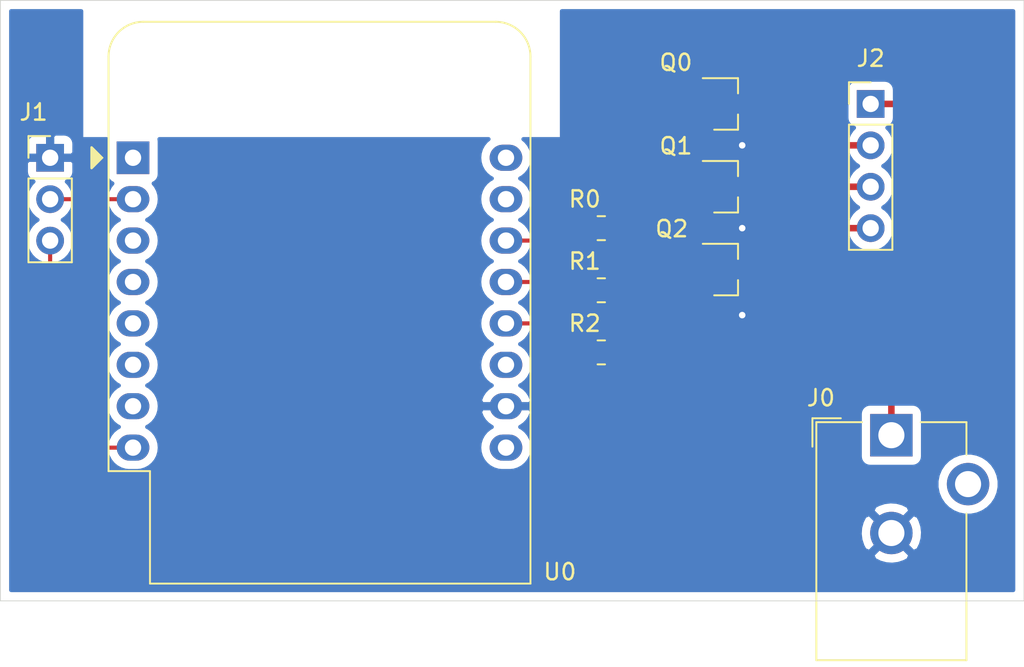
<source format=kicad_pcb>
(kicad_pcb (version 20171130) (host pcbnew 5.1.9-73d0e3b20d~88~ubuntu20.04.1)

  (general
    (thickness 1.6)
    (drawings 4)
    (tracks 51)
    (zones 0)
    (modules 10)
    (nets 24)
  )

  (page A4)
  (layers
    (0 F.Cu signal)
    (31 B.Cu signal hide)
    (32 B.Adhes user)
    (33 F.Adhes user)
    (34 B.Paste user)
    (35 F.Paste user)
    (36 B.SilkS user)
    (37 F.SilkS user)
    (38 B.Mask user)
    (39 F.Mask user)
    (40 Dwgs.User user)
    (41 Cmts.User user)
    (42 Eco1.User user)
    (43 Eco2.User user)
    (44 Edge.Cuts user)
    (45 Margin user)
    (46 B.CrtYd user)
    (47 F.CrtYd user)
    (48 B.Fab user)
    (49 F.Fab user hide)
  )

  (setup
    (last_trace_width 0.4)
    (user_trace_width 0.4)
    (trace_clearance 0.2)
    (zone_clearance 0.508)
    (zone_45_only yes)
    (trace_min 0.2)
    (via_size 0.8)
    (via_drill 0.4)
    (via_min_size 0.4)
    (via_min_drill 0.3)
    (uvia_size 0.3)
    (uvia_drill 0.1)
    (uvias_allowed no)
    (uvia_min_size 0.2)
    (uvia_min_drill 0.1)
    (edge_width 0.05)
    (segment_width 0.2)
    (pcb_text_width 0.3)
    (pcb_text_size 1.5 1.5)
    (mod_edge_width 0.12)
    (mod_text_size 1 1)
    (mod_text_width 0.15)
    (pad_size 1.524 1.524)
    (pad_drill 0.762)
    (pad_to_mask_clearance 0)
    (aux_axis_origin 0 0)
    (visible_elements FFFFFF7F)
    (pcbplotparams
      (layerselection 0x010fc_ffffffff)
      (usegerberextensions false)
      (usegerberattributes true)
      (usegerberadvancedattributes true)
      (creategerberjobfile true)
      (excludeedgelayer true)
      (linewidth 0.100000)
      (plotframeref false)
      (viasonmask false)
      (mode 1)
      (useauxorigin false)
      (hpglpennumber 1)
      (hpglpenspeed 20)
      (hpglpendiameter 15.000000)
      (psnegative false)
      (psa4output false)
      (plotreference true)
      (plotvalue true)
      (plotinvisibletext false)
      (padsonsilk false)
      (subtractmaskfromsilk false)
      (outputformat 1)
      (mirror false)
      (drillshape 1)
      (scaleselection 1)
      (outputdirectory ""))
  )

  (net 0 "")
  (net 1 "Net-(J0-Pad1)")
  (net 2 GND)
  (net 3 "Net-(J1-Pad2)")
  (net 4 "Net-(J1-Pad3)")
  (net 5 "Net-(J2-Pad2)")
  (net 6 "Net-(J2-Pad3)")
  (net 7 "Net-(J2-Pad4)")
  (net 8 "Net-(Q0-Pad1)")
  (net 9 "Net-(Q1-Pad1)")
  (net 10 "Net-(Q2-Pad1)")
  (net 11 "Net-(R0-Pad2)")
  (net 12 "Net-(R1-Pad2)")
  (net 13 "Net-(R2-Pad2)")
  (net 14 "Net-(U0-Pad1)")
  (net 15 "Net-(U0-Pad3)")
  (net 16 "Net-(U0-Pad4)")
  (net 17 "Net-(U0-Pad5)")
  (net 18 "Net-(U0-Pad6)")
  (net 19 "Net-(U0-Pad7)")
  (net 20 "Net-(U0-Pad9)")
  (net 21 "Net-(U0-Pad11)")
  (net 22 "Net-(U0-Pad15)")
  (net 23 "Net-(U0-Pad16)")

  (net_class Default "This is the default net class."
    (clearance 0.2)
    (trace_width 0.25)
    (via_dia 0.8)
    (via_drill 0.4)
    (uvia_dia 0.3)
    (uvia_drill 0.1)
    (add_net GND)
    (add_net "Net-(J0-Pad1)")
    (add_net "Net-(J1-Pad2)")
    (add_net "Net-(J1-Pad3)")
    (add_net "Net-(J2-Pad2)")
    (add_net "Net-(J2-Pad3)")
    (add_net "Net-(J2-Pad4)")
    (add_net "Net-(Q0-Pad1)")
    (add_net "Net-(Q1-Pad1)")
    (add_net "Net-(Q2-Pad1)")
    (add_net "Net-(R0-Pad2)")
    (add_net "Net-(R1-Pad2)")
    (add_net "Net-(R2-Pad2)")
    (add_net "Net-(U0-Pad1)")
    (add_net "Net-(U0-Pad11)")
    (add_net "Net-(U0-Pad15)")
    (add_net "Net-(U0-Pad16)")
    (add_net "Net-(U0-Pad3)")
    (add_net "Net-(U0-Pad4)")
    (add_net "Net-(U0-Pad5)")
    (add_net "Net-(U0-Pad6)")
    (add_net "Net-(U0-Pad7)")
    (add_net "Net-(U0-Pad9)")
  )

  (module Connector_BarrelJack:BarrelJack_CUI_PJ-102AH_Horizontal (layer F.Cu) (tedit 5A1DBF38) (tstamp 5F7A0725)
    (at 151.13 114.3)
    (descr "Thin-pin DC Barrel Jack, https://cdn-shop.adafruit.com/datasheets/21mmdcjackDatasheet.pdf")
    (tags "Power Jack")
    (path /5F7DD1C2)
    (fp_text reference J0 (at -4.318 -2.286 180) (layer F.SilkS)
      (effects (font (size 1 1) (thickness 0.15)))
    )
    (fp_text value Barrel_Jack (at -5.5 6.2 90) (layer F.Fab)
      (effects (font (size 1 1) (thickness 0.15)))
    )
    (fp_line (start 1.8 -1.8) (end 1.8 -1.2) (layer F.CrtYd) (width 0.05))
    (fp_line (start 1.8 -1.2) (end 5 -1.2) (layer F.CrtYd) (width 0.05))
    (fp_line (start 5 -1.2) (end 5 1.2) (layer F.CrtYd) (width 0.05))
    (fp_line (start 5 1.2) (end 6.5 1.2) (layer F.CrtYd) (width 0.05))
    (fp_line (start 6.5 1.2) (end 6.5 4.8) (layer F.CrtYd) (width 0.05))
    (fp_line (start 6.5 4.8) (end 5 4.8) (layer F.CrtYd) (width 0.05))
    (fp_line (start 5 4.8) (end 5 14.2) (layer F.CrtYd) (width 0.05))
    (fp_line (start 5 14.2) (end -5 14.2) (layer F.CrtYd) (width 0.05))
    (fp_line (start -5 14.2) (end -5 -1.2) (layer F.CrtYd) (width 0.05))
    (fp_line (start -5 -1.2) (end -1.8 -1.2) (layer F.CrtYd) (width 0.05))
    (fp_line (start -1.8 -1.2) (end -1.8 -1.8) (layer F.CrtYd) (width 0.05))
    (fp_line (start -1.8 -1.8) (end 1.8 -1.8) (layer F.CrtYd) (width 0.05))
    (fp_line (start 4.6 4.8) (end 4.6 13.8) (layer F.SilkS) (width 0.12))
    (fp_line (start 4.6 13.8) (end -4.6 13.8) (layer F.SilkS) (width 0.12))
    (fp_line (start -4.6 13.8) (end -4.6 -0.8) (layer F.SilkS) (width 0.12))
    (fp_line (start -4.6 -0.8) (end -1.8 -0.8) (layer F.SilkS) (width 0.12))
    (fp_line (start 1.8 -0.8) (end 4.6 -0.8) (layer F.SilkS) (width 0.12))
    (fp_line (start 4.6 -0.8) (end 4.6 1.2) (layer F.SilkS) (width 0.12))
    (fp_line (start -4.84 0.7) (end -4.84 -1.04) (layer F.SilkS) (width 0.12))
    (fp_line (start -4.84 -1.04) (end -3.1 -1.04) (layer F.SilkS) (width 0.12))
    (fp_line (start 4.5 -0.7) (end 4.5 13.7) (layer F.Fab) (width 0.1))
    (fp_line (start 4.5 13.7) (end -4.5 13.7) (layer F.Fab) (width 0.1))
    (fp_line (start -4.5 13.7) (end -4.5 0.3) (layer F.Fab) (width 0.1))
    (fp_line (start -4.5 0.3) (end -3.5 -0.7) (layer F.Fab) (width 0.1))
    (fp_line (start -3.5 -0.7) (end 4.5 -0.7) (layer F.Fab) (width 0.1))
    (fp_line (start -4.5 10.2) (end 4.5 10.2) (layer F.Fab) (width 0.1))
    (fp_text user %R (at 0 6.5) (layer F.Fab)
      (effects (font (size 1 1) (thickness 0.15)))
    )
    (pad 1 thru_hole rect (at 0 0) (size 2.6 2.6) (drill 1.6) (layers *.Cu *.Mask)
      (net 1 "Net-(J0-Pad1)"))
    (pad 2 thru_hole circle (at 0 6) (size 2.6 2.6) (drill 1.6) (layers *.Cu *.Mask)
      (net 2 GND))
    (pad 3 thru_hole circle (at 4.7 3) (size 2.6 2.6) (drill 1.6) (layers *.Cu *.Mask))
    (model ${KISYS3DMOD}/Connector_BarrelJack.3dshapes/BarrelJack_CUI_PJ-102AH_Horizontal.wrl
      (at (xyz 0 0 0))
      (scale (xyz 1 1 1))
      (rotate (xyz 0 0 0))
    )
  )

  (module Connector_PinHeader_2.54mm:PinHeader_1x03_P2.54mm_Vertical (layer F.Cu) (tedit 59FED5CC) (tstamp 5F79FAD6)
    (at 99.568 97.282)
    (descr "Through hole straight pin header, 1x03, 2.54mm pitch, single row")
    (tags "Through hole pin header THT 1x03 2.54mm single row")
    (path /5F7A0FED)
    (fp_text reference J1 (at -1.016 -2.794) (layer F.SilkS)
      (effects (font (size 1 1) (thickness 0.15)))
    )
    (fp_text value AM312 (at 0 7.41) (layer F.Fab)
      (effects (font (size 1 1) (thickness 0.15)))
    )
    (fp_line (start -0.635 -1.27) (end 1.27 -1.27) (layer F.Fab) (width 0.1))
    (fp_line (start 1.27 -1.27) (end 1.27 6.35) (layer F.Fab) (width 0.1))
    (fp_line (start 1.27 6.35) (end -1.27 6.35) (layer F.Fab) (width 0.1))
    (fp_line (start -1.27 6.35) (end -1.27 -0.635) (layer F.Fab) (width 0.1))
    (fp_line (start -1.27 -0.635) (end -0.635 -1.27) (layer F.Fab) (width 0.1))
    (fp_line (start -1.33 6.41) (end 1.33 6.41) (layer F.SilkS) (width 0.12))
    (fp_line (start -1.33 1.27) (end -1.33 6.41) (layer F.SilkS) (width 0.12))
    (fp_line (start 1.33 1.27) (end 1.33 6.41) (layer F.SilkS) (width 0.12))
    (fp_line (start -1.33 1.27) (end 1.33 1.27) (layer F.SilkS) (width 0.12))
    (fp_line (start -1.33 0) (end -1.33 -1.33) (layer F.SilkS) (width 0.12))
    (fp_line (start -1.33 -1.33) (end 0 -1.33) (layer F.SilkS) (width 0.12))
    (fp_line (start -1.8 -1.8) (end -1.8 6.85) (layer F.CrtYd) (width 0.05))
    (fp_line (start -1.8 6.85) (end 1.8 6.85) (layer F.CrtYd) (width 0.05))
    (fp_line (start 1.8 6.85) (end 1.8 -1.8) (layer F.CrtYd) (width 0.05))
    (fp_line (start 1.8 -1.8) (end -1.8 -1.8) (layer F.CrtYd) (width 0.05))
    (fp_text user %R (at 0 2.54 -270) (layer F.Fab)
      (effects (font (size 1 1) (thickness 0.15)))
    )
    (pad 1 thru_hole rect (at 0 0) (size 1.7 1.7) (drill 1) (layers *.Cu *.Mask)
      (net 2 GND))
    (pad 2 thru_hole oval (at 0 2.54) (size 1.7 1.7) (drill 1) (layers *.Cu *.Mask)
      (net 3 "Net-(J1-Pad2)"))
    (pad 3 thru_hole oval (at 0 5.08) (size 1.7 1.7) (drill 1) (layers *.Cu *.Mask)
      (net 4 "Net-(J1-Pad3)"))
    (model ${KISYS3DMOD}/Connector_PinHeader_2.54mm.3dshapes/PinHeader_1x03_P2.54mm_Vertical.wrl
      (at (xyz 0 0 0))
      (scale (xyz 1 1 1))
      (rotate (xyz 0 0 0))
    )
  )

  (module Connector_PinHeader_2.54mm:PinHeader_1x04_P2.54mm_Vertical (layer F.Cu) (tedit 59FED5CC) (tstamp 5F79FAEE)
    (at 149.86 93.98)
    (descr "Through hole straight pin header, 1x04, 2.54mm pitch, single row")
    (tags "Through hole pin header THT 1x04 2.54mm single row")
    (path /5F7EC711)
    (fp_text reference J2 (at 0 -2.794) (layer F.SilkS)
      (effects (font (size 1 1) (thickness 0.15)))
    )
    (fp_text value "LED PINs" (at 0 9.95) (layer F.Fab)
      (effects (font (size 1 1) (thickness 0.15)))
    )
    (fp_line (start -0.635 -1.27) (end 1.27 -1.27) (layer F.Fab) (width 0.1))
    (fp_line (start 1.27 -1.27) (end 1.27 8.89) (layer F.Fab) (width 0.1))
    (fp_line (start 1.27 8.89) (end -1.27 8.89) (layer F.Fab) (width 0.1))
    (fp_line (start -1.27 8.89) (end -1.27 -0.635) (layer F.Fab) (width 0.1))
    (fp_line (start -1.27 -0.635) (end -0.635 -1.27) (layer F.Fab) (width 0.1))
    (fp_line (start -1.33 8.95) (end 1.33 8.95) (layer F.SilkS) (width 0.12))
    (fp_line (start -1.33 1.27) (end -1.33 8.95) (layer F.SilkS) (width 0.12))
    (fp_line (start 1.33 1.27) (end 1.33 8.95) (layer F.SilkS) (width 0.12))
    (fp_line (start -1.33 1.27) (end 1.33 1.27) (layer F.SilkS) (width 0.12))
    (fp_line (start -1.33 0) (end -1.33 -1.33) (layer F.SilkS) (width 0.12))
    (fp_line (start -1.33 -1.33) (end 0 -1.33) (layer F.SilkS) (width 0.12))
    (fp_line (start -1.8 -1.8) (end -1.8 9.4) (layer F.CrtYd) (width 0.05))
    (fp_line (start -1.8 9.4) (end 1.8 9.4) (layer F.CrtYd) (width 0.05))
    (fp_line (start 1.8 9.4) (end 1.8 -1.8) (layer F.CrtYd) (width 0.05))
    (fp_line (start 1.8 -1.8) (end -1.8 -1.8) (layer F.CrtYd) (width 0.05))
    (fp_text user %R (at 0 3.81 90) (layer F.Fab)
      (effects (font (size 1 1) (thickness 0.15)))
    )
    (pad 1 thru_hole rect (at 0 0) (size 1.7 1.7) (drill 1) (layers *.Cu *.Mask)
      (net 1 "Net-(J0-Pad1)"))
    (pad 2 thru_hole oval (at 0 2.54) (size 1.7 1.7) (drill 1) (layers *.Cu *.Mask)
      (net 5 "Net-(J2-Pad2)"))
    (pad 3 thru_hole oval (at 0 5.08) (size 1.7 1.7) (drill 1) (layers *.Cu *.Mask)
      (net 6 "Net-(J2-Pad3)"))
    (pad 4 thru_hole oval (at 0 7.62) (size 1.7 1.7) (drill 1) (layers *.Cu *.Mask)
      (net 7 "Net-(J2-Pad4)"))
    (model ${KISYS3DMOD}/Connector_PinHeader_2.54mm.3dshapes/PinHeader_1x04_P2.54mm_Vertical.wrl
      (at (xyz 0 0 0))
      (scale (xyz 1 1 1))
      (rotate (xyz 0 0 0))
    )
  )

  (module Package_TO_SOT_SMD:SOT-23 (layer F.Cu) (tedit 5A02FF57) (tstamp 5F79FB03)
    (at 140.97 93.98)
    (descr "SOT-23, Standard")
    (tags SOT-23)
    (path /5F5FE821)
    (attr smd)
    (fp_text reference Q0 (at -3.048 -2.54) (layer F.SilkS)
      (effects (font (size 1 1) (thickness 0.15)))
    )
    (fp_text value 2N7002 (at 0 2.5) (layer F.Fab)
      (effects (font (size 1 1) (thickness 0.15)))
    )
    (fp_line (start -0.7 -0.95) (end -0.7 1.5) (layer F.Fab) (width 0.1))
    (fp_line (start -0.15 -1.52) (end 0.7 -1.52) (layer F.Fab) (width 0.1))
    (fp_line (start -0.7 -0.95) (end -0.15 -1.52) (layer F.Fab) (width 0.1))
    (fp_line (start 0.7 -1.52) (end 0.7 1.52) (layer F.Fab) (width 0.1))
    (fp_line (start -0.7 1.52) (end 0.7 1.52) (layer F.Fab) (width 0.1))
    (fp_line (start 0.76 1.58) (end 0.76 0.65) (layer F.SilkS) (width 0.12))
    (fp_line (start 0.76 -1.58) (end 0.76 -0.65) (layer F.SilkS) (width 0.12))
    (fp_line (start -1.7 -1.75) (end 1.7 -1.75) (layer F.CrtYd) (width 0.05))
    (fp_line (start 1.7 -1.75) (end 1.7 1.75) (layer F.CrtYd) (width 0.05))
    (fp_line (start 1.7 1.75) (end -1.7 1.75) (layer F.CrtYd) (width 0.05))
    (fp_line (start -1.7 1.75) (end -1.7 -1.75) (layer F.CrtYd) (width 0.05))
    (fp_line (start 0.76 -1.58) (end -1.4 -1.58) (layer F.SilkS) (width 0.12))
    (fp_line (start 0.76 1.58) (end -0.7 1.58) (layer F.SilkS) (width 0.12))
    (fp_text user %R (at 0 0 90) (layer F.Fab)
      (effects (font (size 0.5 0.5) (thickness 0.075)))
    )
    (pad 1 smd rect (at -1 -0.95) (size 0.9 0.8) (layers F.Cu F.Paste F.Mask)
      (net 8 "Net-(Q0-Pad1)"))
    (pad 2 smd rect (at -1 0.95) (size 0.9 0.8) (layers F.Cu F.Paste F.Mask)
      (net 2 GND))
    (pad 3 smd rect (at 1 0) (size 0.9 0.8) (layers F.Cu F.Paste F.Mask)
      (net 5 "Net-(J2-Pad2)"))
    (model ${KISYS3DMOD}/Package_TO_SOT_SMD.3dshapes/SOT-23.wrl
      (at (xyz 0 0 0))
      (scale (xyz 1 1 1))
      (rotate (xyz 0 0 0))
    )
  )

  (module Package_TO_SOT_SMD:SOT-23 (layer F.Cu) (tedit 5A02FF57) (tstamp 5F79FB18)
    (at 140.97 99.06)
    (descr "SOT-23, Standard")
    (tags SOT-23)
    (path /5F57E485)
    (attr smd)
    (fp_text reference Q1 (at -3.048 -2.5) (layer F.SilkS)
      (effects (font (size 1 1) (thickness 0.15)))
    )
    (fp_text value 2N7002 (at 0 2.5) (layer F.Fab)
      (effects (font (size 1 1) (thickness 0.15)))
    )
    (fp_line (start 0.76 1.58) (end -0.7 1.58) (layer F.SilkS) (width 0.12))
    (fp_line (start 0.76 -1.58) (end -1.4 -1.58) (layer F.SilkS) (width 0.12))
    (fp_line (start -1.7 1.75) (end -1.7 -1.75) (layer F.CrtYd) (width 0.05))
    (fp_line (start 1.7 1.75) (end -1.7 1.75) (layer F.CrtYd) (width 0.05))
    (fp_line (start 1.7 -1.75) (end 1.7 1.75) (layer F.CrtYd) (width 0.05))
    (fp_line (start -1.7 -1.75) (end 1.7 -1.75) (layer F.CrtYd) (width 0.05))
    (fp_line (start 0.76 -1.58) (end 0.76 -0.65) (layer F.SilkS) (width 0.12))
    (fp_line (start 0.76 1.58) (end 0.76 0.65) (layer F.SilkS) (width 0.12))
    (fp_line (start -0.7 1.52) (end 0.7 1.52) (layer F.Fab) (width 0.1))
    (fp_line (start 0.7 -1.52) (end 0.7 1.52) (layer F.Fab) (width 0.1))
    (fp_line (start -0.7 -0.95) (end -0.15 -1.52) (layer F.Fab) (width 0.1))
    (fp_line (start -0.15 -1.52) (end 0.7 -1.52) (layer F.Fab) (width 0.1))
    (fp_line (start -0.7 -0.95) (end -0.7 1.5) (layer F.Fab) (width 0.1))
    (fp_text user %R (at 0 0 90) (layer F.Fab)
      (effects (font (size 0.5 0.5) (thickness 0.075)))
    )
    (pad 3 smd rect (at 1 0) (size 0.9 0.8) (layers F.Cu F.Paste F.Mask)
      (net 6 "Net-(J2-Pad3)"))
    (pad 2 smd rect (at -1 0.95) (size 0.9 0.8) (layers F.Cu F.Paste F.Mask)
      (net 2 GND))
    (pad 1 smd rect (at -1 -0.95) (size 0.9 0.8) (layers F.Cu F.Paste F.Mask)
      (net 9 "Net-(Q1-Pad1)"))
    (model ${KISYS3DMOD}/Package_TO_SOT_SMD.3dshapes/SOT-23.wrl
      (at (xyz 0 0 0))
      (scale (xyz 1 1 1))
      (rotate (xyz 0 0 0))
    )
  )

  (module Package_TO_SOT_SMD:SOT-23 (layer F.Cu) (tedit 5A02FF57) (tstamp 5F79FB2D)
    (at 140.97 104.14)
    (descr "SOT-23, Standard")
    (tags SOT-23)
    (path /5F57F83B)
    (attr smd)
    (fp_text reference Q2 (at -3.302 -2.5) (layer F.SilkS)
      (effects (font (size 1 1) (thickness 0.15)))
    )
    (fp_text value 2N7002 (at 0 2.5) (layer F.Fab)
      (effects (font (size 1 1) (thickness 0.15)))
    )
    (fp_line (start -0.7 -0.95) (end -0.7 1.5) (layer F.Fab) (width 0.1))
    (fp_line (start -0.15 -1.52) (end 0.7 -1.52) (layer F.Fab) (width 0.1))
    (fp_line (start -0.7 -0.95) (end -0.15 -1.52) (layer F.Fab) (width 0.1))
    (fp_line (start 0.7 -1.52) (end 0.7 1.52) (layer F.Fab) (width 0.1))
    (fp_line (start -0.7 1.52) (end 0.7 1.52) (layer F.Fab) (width 0.1))
    (fp_line (start 0.76 1.58) (end 0.76 0.65) (layer F.SilkS) (width 0.12))
    (fp_line (start 0.76 -1.58) (end 0.76 -0.65) (layer F.SilkS) (width 0.12))
    (fp_line (start -1.7 -1.75) (end 1.7 -1.75) (layer F.CrtYd) (width 0.05))
    (fp_line (start 1.7 -1.75) (end 1.7 1.75) (layer F.CrtYd) (width 0.05))
    (fp_line (start 1.7 1.75) (end -1.7 1.75) (layer F.CrtYd) (width 0.05))
    (fp_line (start -1.7 1.75) (end -1.7 -1.75) (layer F.CrtYd) (width 0.05))
    (fp_line (start 0.76 -1.58) (end -1.4 -1.58) (layer F.SilkS) (width 0.12))
    (fp_line (start 0.76 1.58) (end -0.7 1.58) (layer F.SilkS) (width 0.12))
    (fp_text user %R (at 0 0 90) (layer F.Fab)
      (effects (font (size 0.5 0.5) (thickness 0.075)))
    )
    (pad 1 smd rect (at -1 -0.95) (size 0.9 0.8) (layers F.Cu F.Paste F.Mask)
      (net 10 "Net-(Q2-Pad1)"))
    (pad 2 smd rect (at -1 0.95) (size 0.9 0.8) (layers F.Cu F.Paste F.Mask)
      (net 2 GND))
    (pad 3 smd rect (at 1 0) (size 0.9 0.8) (layers F.Cu F.Paste F.Mask)
      (net 7 "Net-(J2-Pad4)"))
    (model ${KISYS3DMOD}/Package_TO_SOT_SMD.3dshapes/SOT-23.wrl
      (at (xyz 0 0 0))
      (scale (xyz 1 1 1))
      (rotate (xyz 0 0 0))
    )
  )

  (module Resistor_SMD:R_0805_2012Metric_Pad1.20x1.40mm_HandSolder (layer F.Cu) (tedit 5F68FEEE) (tstamp 5F79FB3E)
    (at 133.35 101.6 180)
    (descr "Resistor SMD 0805 (2012 Metric), square (rectangular) end terminal, IPC_7351 nominal with elongated pad for handsoldering. (Body size source: IPC-SM-782 page 72, https://www.pcb-3d.com/wordpress/wp-content/uploads/ipc-sm-782a_amendment_1_and_2.pdf), generated with kicad-footprint-generator")
    (tags "resistor handsolder")
    (path /5F7C79A2)
    (attr smd)
    (fp_text reference R0 (at 1.016 1.778) (layer F.SilkS)
      (effects (font (size 1 1) (thickness 0.15)))
    )
    (fp_text value 1 (at 0 1.65) (layer F.Fab)
      (effects (font (size 1 1) (thickness 0.15)))
    )
    (fp_line (start -1 0.625) (end -1 -0.625) (layer F.Fab) (width 0.1))
    (fp_line (start -1 -0.625) (end 1 -0.625) (layer F.Fab) (width 0.1))
    (fp_line (start 1 -0.625) (end 1 0.625) (layer F.Fab) (width 0.1))
    (fp_line (start 1 0.625) (end -1 0.625) (layer F.Fab) (width 0.1))
    (fp_line (start -0.227064 -0.735) (end 0.227064 -0.735) (layer F.SilkS) (width 0.12))
    (fp_line (start -0.227064 0.735) (end 0.227064 0.735) (layer F.SilkS) (width 0.12))
    (fp_line (start -1.85 0.95) (end -1.85 -0.95) (layer F.CrtYd) (width 0.05))
    (fp_line (start -1.85 -0.95) (end 1.85 -0.95) (layer F.CrtYd) (width 0.05))
    (fp_line (start 1.85 -0.95) (end 1.85 0.95) (layer F.CrtYd) (width 0.05))
    (fp_line (start 1.85 0.95) (end -1.85 0.95) (layer F.CrtYd) (width 0.05))
    (fp_text user %R (at 0 0) (layer F.Fab)
      (effects (font (size 0.5 0.5) (thickness 0.08)))
    )
    (pad 1 smd roundrect (at -1 0 180) (size 1.2 1.4) (layers F.Cu F.Paste F.Mask) (roundrect_rratio 0.208333)
      (net 8 "Net-(Q0-Pad1)"))
    (pad 2 smd roundrect (at 1 0 180) (size 1.2 1.4) (layers F.Cu F.Paste F.Mask) (roundrect_rratio 0.208333)
      (net 11 "Net-(R0-Pad2)"))
    (model ${KISYS3DMOD}/Resistor_SMD.3dshapes/R_0805_2012Metric.wrl
      (at (xyz 0 0 0))
      (scale (xyz 1 1 1))
      (rotate (xyz 0 0 0))
    )
  )

  (module Resistor_SMD:R_0805_2012Metric_Pad1.20x1.40mm_HandSolder (layer F.Cu) (tedit 5F68FEEE) (tstamp 5F79FB4F)
    (at 133.35 105.41 180)
    (descr "Resistor SMD 0805 (2012 Metric), square (rectangular) end terminal, IPC_7351 nominal with elongated pad for handsoldering. (Body size source: IPC-SM-782 page 72, https://www.pcb-3d.com/wordpress/wp-content/uploads/ipc-sm-782a_amendment_1_and_2.pdf), generated with kicad-footprint-generator")
    (tags "resistor handsolder")
    (path /5F7C83D1)
    (attr smd)
    (fp_text reference R1 (at 1.016 1.778) (layer F.SilkS)
      (effects (font (size 1 1) (thickness 0.15)))
    )
    (fp_text value 1 (at 0 1.65) (layer F.Fab)
      (effects (font (size 1 1) (thickness 0.15)))
    )
    (fp_line (start 1.85 0.95) (end -1.85 0.95) (layer F.CrtYd) (width 0.05))
    (fp_line (start 1.85 -0.95) (end 1.85 0.95) (layer F.CrtYd) (width 0.05))
    (fp_line (start -1.85 -0.95) (end 1.85 -0.95) (layer F.CrtYd) (width 0.05))
    (fp_line (start -1.85 0.95) (end -1.85 -0.95) (layer F.CrtYd) (width 0.05))
    (fp_line (start -0.227064 0.735) (end 0.227064 0.735) (layer F.SilkS) (width 0.12))
    (fp_line (start -0.227064 -0.735) (end 0.227064 -0.735) (layer F.SilkS) (width 0.12))
    (fp_line (start 1 0.625) (end -1 0.625) (layer F.Fab) (width 0.1))
    (fp_line (start 1 -0.625) (end 1 0.625) (layer F.Fab) (width 0.1))
    (fp_line (start -1 -0.625) (end 1 -0.625) (layer F.Fab) (width 0.1))
    (fp_line (start -1 0.625) (end -1 -0.625) (layer F.Fab) (width 0.1))
    (fp_text user %R (at 0 0) (layer F.Fab)
      (effects (font (size 0.5 0.5) (thickness 0.08)))
    )
    (pad 2 smd roundrect (at 1 0 180) (size 1.2 1.4) (layers F.Cu F.Paste F.Mask) (roundrect_rratio 0.208333)
      (net 12 "Net-(R1-Pad2)"))
    (pad 1 smd roundrect (at -1 0 180) (size 1.2 1.4) (layers F.Cu F.Paste F.Mask) (roundrect_rratio 0.208333)
      (net 9 "Net-(Q1-Pad1)"))
    (model ${KISYS3DMOD}/Resistor_SMD.3dshapes/R_0805_2012Metric.wrl
      (at (xyz 0 0 0))
      (scale (xyz 1 1 1))
      (rotate (xyz 0 0 0))
    )
  )

  (module Resistor_SMD:R_0805_2012Metric_Pad1.20x1.40mm_HandSolder (layer F.Cu) (tedit 5F68FEEE) (tstamp 5F79FB60)
    (at 133.35 109.22 180)
    (descr "Resistor SMD 0805 (2012 Metric), square (rectangular) end terminal, IPC_7351 nominal with elongated pad for handsoldering. (Body size source: IPC-SM-782 page 72, https://www.pcb-3d.com/wordpress/wp-content/uploads/ipc-sm-782a_amendment_1_and_2.pdf), generated with kicad-footprint-generator")
    (tags "resistor handsolder")
    (path /5F7CA3B7)
    (attr smd)
    (fp_text reference R2 (at 1.016 1.778) (layer F.SilkS)
      (effects (font (size 1 1) (thickness 0.15)))
    )
    (fp_text value 1 (at 0 1.65) (layer F.Fab)
      (effects (font (size 1 1) (thickness 0.15)))
    )
    (fp_line (start -1 0.625) (end -1 -0.625) (layer F.Fab) (width 0.1))
    (fp_line (start -1 -0.625) (end 1 -0.625) (layer F.Fab) (width 0.1))
    (fp_line (start 1 -0.625) (end 1 0.625) (layer F.Fab) (width 0.1))
    (fp_line (start 1 0.625) (end -1 0.625) (layer F.Fab) (width 0.1))
    (fp_line (start -0.227064 -0.735) (end 0.227064 -0.735) (layer F.SilkS) (width 0.12))
    (fp_line (start -0.227064 0.735) (end 0.227064 0.735) (layer F.SilkS) (width 0.12))
    (fp_line (start -1.85 0.95) (end -1.85 -0.95) (layer F.CrtYd) (width 0.05))
    (fp_line (start -1.85 -0.95) (end 1.85 -0.95) (layer F.CrtYd) (width 0.05))
    (fp_line (start 1.85 -0.95) (end 1.85 0.95) (layer F.CrtYd) (width 0.05))
    (fp_line (start 1.85 0.95) (end -1.85 0.95) (layer F.CrtYd) (width 0.05))
    (fp_text user %R (at 0 0) (layer F.Fab)
      (effects (font (size 0.5 0.5) (thickness 0.08)))
    )
    (pad 1 smd roundrect (at -1 0 180) (size 1.2 1.4) (layers F.Cu F.Paste F.Mask) (roundrect_rratio 0.208333)
      (net 10 "Net-(Q2-Pad1)"))
    (pad 2 smd roundrect (at 1 0 180) (size 1.2 1.4) (layers F.Cu F.Paste F.Mask) (roundrect_rratio 0.208333)
      (net 13 "Net-(R2-Pad2)"))
    (model ${KISYS3DMOD}/Resistor_SMD.3dshapes/R_0805_2012Metric.wrl
      (at (xyz 0 0 0))
      (scale (xyz 1 1 1))
      (rotate (xyz 0 0 0))
    )
  )

  (module Module:WEMOS_D1_mini_light (layer F.Cu) (tedit 5BBFB1CE) (tstamp 5F79FBA3)
    (at 104.648 97.282)
    (descr "16-pin module, column spacing 22.86 mm (900 mils), https://wiki.wemos.cc/products:d1:d1_mini, https://c1.staticflickr.com/1/734/31400410271_f278b087db_z.jpg")
    (tags "ESP8266 WiFi microcontroller")
    (path /5F57A26F)
    (fp_text reference U0 (at 26.162 25.4) (layer F.SilkS)
      (effects (font (size 1 1) (thickness 0.15)))
    )
    (fp_text value WeMos_D1_mini (at 11.7 0) (layer F.Fab)
      (effects (font (size 1 1) (thickness 0.15)))
    )
    (fp_line (start 1.04 26.12) (end 24.36 26.12) (layer F.SilkS) (width 0.12))
    (fp_line (start -1.5 19.22) (end -1.5 -6.21) (layer F.SilkS) (width 0.12))
    (fp_line (start 24.36 26.12) (end 24.36 -6.21) (layer F.SilkS) (width 0.12))
    (fp_line (start 22.24 -8.34) (end 0.63 -8.34) (layer F.SilkS) (width 0.12))
    (fp_line (start 1.17 25.99) (end 24.23 25.99) (layer F.Fab) (width 0.1))
    (fp_line (start 24.23 25.99) (end 24.23 -6.21) (layer F.Fab) (width 0.1))
    (fp_line (start 22.23 -8.21) (end 0.63 -8.21) (layer F.Fab) (width 0.1))
    (fp_line (start -1.37 1) (end -1.37 19.09) (layer F.Fab) (width 0.1))
    (fp_line (start -1.62 -8.46) (end 24.48 -8.46) (layer F.CrtYd) (width 0.05))
    (fp_line (start 24.48 -8.41) (end 24.48 26.24) (layer F.CrtYd) (width 0.05))
    (fp_line (start 24.48 26.24) (end -1.62 26.24) (layer F.CrtYd) (width 0.05))
    (fp_line (start -1.62 26.24) (end -1.62 -8.46) (layer F.CrtYd) (width 0.05))
    (fp_poly (pts (xy -2.54 -0.635) (xy -2.54 0.635) (xy -1.905 0)) (layer F.SilkS) (width 0.15))
    (fp_line (start -1.35 -1.4) (end 24.25 -1.4) (layer Dwgs.User) (width 0.1))
    (fp_line (start 24.25 -1.4) (end 24.25 -8.2) (layer Dwgs.User) (width 0.1))
    (fp_line (start 24.25 -8.2) (end -1.35 -8.2) (layer Dwgs.User) (width 0.1))
    (fp_line (start -1.35 -8.2) (end -1.35 -1.4) (layer Dwgs.User) (width 0.1))
    (fp_line (start -1.35 -1.4) (end 5.45 -8.2) (layer Dwgs.User) (width 0.1))
    (fp_line (start 0.65 -1.4) (end 7.45 -8.2) (layer Dwgs.User) (width 0.1))
    (fp_line (start 2.65 -1.4) (end 9.45 -8.2) (layer Dwgs.User) (width 0.1))
    (fp_line (start 4.65 -1.4) (end 11.45 -8.2) (layer Dwgs.User) (width 0.1))
    (fp_line (start 6.65 -1.4) (end 13.45 -8.2) (layer Dwgs.User) (width 0.1))
    (fp_line (start 8.65 -1.4) (end 15.45 -8.2) (layer Dwgs.User) (width 0.1))
    (fp_line (start 10.65 -1.4) (end 17.45 -8.2) (layer Dwgs.User) (width 0.1))
    (fp_line (start 12.65 -1.4) (end 19.45 -8.2) (layer Dwgs.User) (width 0.1))
    (fp_line (start 14.65 -1.4) (end 21.45 -8.2) (layer Dwgs.User) (width 0.1))
    (fp_line (start 16.65 -1.4) (end 23.45 -8.2) (layer Dwgs.User) (width 0.1))
    (fp_line (start 18.65 -1.4) (end 24.25 -7) (layer Dwgs.User) (width 0.1))
    (fp_line (start 20.65 -1.4) (end 24.25 -5) (layer Dwgs.User) (width 0.1))
    (fp_line (start 22.65 -1.4) (end 24.25 -3) (layer Dwgs.User) (width 0.1))
    (fp_line (start -1.35 -3.4) (end 3.45 -8.2) (layer Dwgs.User) (width 0.1))
    (fp_line (start -1.3 -5.45) (end 1.45 -8.2) (layer Dwgs.User) (width 0.1))
    (fp_line (start -1.35 -7.4) (end -0.55 -8.2) (layer Dwgs.User) (width 0.1))
    (fp_line (start -1.37 19.09) (end 1.17 19.09) (layer F.Fab) (width 0.1))
    (fp_line (start 1.17 19.09) (end 1.17 25.99) (layer F.Fab) (width 0.1))
    (fp_line (start -1.37 -6.21) (end -1.37 -1) (layer F.Fab) (width 0.1))
    (fp_line (start -1.37 1) (end -0.37 0) (layer F.Fab) (width 0.1))
    (fp_line (start -0.37 0) (end -1.37 -1) (layer F.Fab) (width 0.1))
    (fp_line (start -1.5 19.22) (end 1.04 19.22) (layer F.SilkS) (width 0.12))
    (fp_line (start 1.04 19.22) (end 1.04 26.12) (layer F.SilkS) (width 0.12))
    (fp_text user %R (at 11.43 10) (layer F.Fab)
      (effects (font (size 1 1) (thickness 0.15)))
    )
    (fp_arc (start 0.63 -6.21) (end 0.63 -8.21) (angle -90) (layer F.Fab) (width 0.1))
    (fp_arc (start 22.23 -6.21) (end 24.23 -6.19) (angle -90) (layer F.Fab) (width 0.1))
    (fp_arc (start 0.63 -6.21) (end 0.63 -8.34) (angle -90) (layer F.SilkS) (width 0.12))
    (fp_arc (start 22.23 -6.21) (end 24.36 -6.21) (angle -90) (layer F.SilkS) (width 0.12))
    (fp_text user "KEEP OUT" (at 11.43 -6.35) (layer Cmts.User)
      (effects (font (size 1 1) (thickness 0.15)))
    )
    (fp_text user "No copper" (at 11.43 -3.81) (layer Cmts.User)
      (effects (font (size 1 1) (thickness 0.15)))
    )
    (pad 2 thru_hole oval (at 0 2.54) (size 2 1.6) (drill 1) (layers *.Cu *.Mask)
      (net 3 "Net-(J1-Pad2)"))
    (pad 1 thru_hole rect (at 0 0) (size 2 2) (drill 1) (layers *.Cu *.Mask)
      (net 14 "Net-(U0-Pad1)"))
    (pad 3 thru_hole oval (at 0 5.08) (size 2 1.6) (drill 1) (layers *.Cu *.Mask)
      (net 15 "Net-(U0-Pad3)"))
    (pad 4 thru_hole oval (at 0 7.62) (size 2 1.6) (drill 1) (layers *.Cu *.Mask)
      (net 16 "Net-(U0-Pad4)"))
    (pad 5 thru_hole oval (at 0 10.16) (size 2 1.6) (drill 1) (layers *.Cu *.Mask)
      (net 17 "Net-(U0-Pad5)"))
    (pad 6 thru_hole oval (at 0 12.7) (size 2 1.6) (drill 1) (layers *.Cu *.Mask)
      (net 18 "Net-(U0-Pad6)"))
    (pad 7 thru_hole oval (at 0 15.24) (size 2 1.6) (drill 1) (layers *.Cu *.Mask)
      (net 19 "Net-(U0-Pad7)"))
    (pad 8 thru_hole oval (at 0 17.78) (size 2 1.6) (drill 1) (layers *.Cu *.Mask)
      (net 4 "Net-(J1-Pad3)"))
    (pad 9 thru_hole oval (at 22.86 17.78) (size 2 1.6) (drill 1) (layers *.Cu *.Mask)
      (net 20 "Net-(U0-Pad9)"))
    (pad 10 thru_hole oval (at 22.86 15.24) (size 2 1.6) (drill 1) (layers *.Cu *.Mask)
      (net 2 GND))
    (pad 11 thru_hole oval (at 22.86 12.7) (size 2 1.6) (drill 1) (layers *.Cu *.Mask)
      (net 21 "Net-(U0-Pad11)"))
    (pad 12 thru_hole oval (at 22.86 10.16) (size 2 1.6) (drill 1) (layers *.Cu *.Mask)
      (net 13 "Net-(R2-Pad2)"))
    (pad 13 thru_hole oval (at 22.86 7.62) (size 2 1.6) (drill 1) (layers *.Cu *.Mask)
      (net 12 "Net-(R1-Pad2)"))
    (pad 14 thru_hole oval (at 22.86 5.08) (size 2 1.6) (drill 1) (layers *.Cu *.Mask)
      (net 11 "Net-(R0-Pad2)"))
    (pad 15 thru_hole oval (at 22.86 2.54) (size 2 1.6) (drill 1) (layers *.Cu *.Mask)
      (net 22 "Net-(U0-Pad15)"))
    (pad 16 thru_hole oval (at 22.86 0) (size 2 1.6) (drill 1) (layers *.Cu *.Mask)
      (net 23 "Net-(U0-Pad16)"))
    (model ${KISYS3DMOD}/Module.3dshapes/WEMOS_D1_mini_light.wrl
      (at (xyz 0 0 0))
      (scale (xyz 1 1 1))
      (rotate (xyz 0 0 0))
    )
    (model ${KISYS3DMOD}/Connector_PinHeader_2.54mm.3dshapes/PinHeader_1x08_P2.54mm_Vertical.wrl
      (offset (xyz 0 0 9.5))
      (scale (xyz 1 1 1))
      (rotate (xyz 0 -180 0))
    )
    (model ${KISYS3DMOD}/Connector_PinHeader_2.54mm.3dshapes/PinHeader_1x08_P2.54mm_Vertical.wrl
      (offset (xyz 22.86 0 9.5))
      (scale (xyz 1 1 1))
      (rotate (xyz 0 -180 0))
    )
    (model ${KISYS3DMOD}/Connector_PinSocket_2.54mm.3dshapes/PinSocket_1x08_P2.54mm_Vertical.wrl
      (at (xyz 0 0 0))
      (scale (xyz 1 1 1))
      (rotate (xyz 0 0 0))
    )
    (model ${KISYS3DMOD}/Connector_PinSocket_2.54mm.3dshapes/PinSocket_1x08_P2.54mm_Vertical.wrl
      (offset (xyz 22.86 0 0))
      (scale (xyz 1 1 1))
      (rotate (xyz 0 0 0))
    )
  )

  (gr_line (start 96.52 124.46) (end 96.52 87.63) (layer Edge.Cuts) (width 0.05) (tstamp 5F7A06E1))
  (gr_line (start 159.258 124.46) (end 96.52 124.46) (layer Edge.Cuts) (width 0.05))
  (gr_line (start 159.258 87.63) (end 159.258 124.46) (layer Edge.Cuts) (width 0.05))
  (gr_line (start 96.52 87.63) (end 159.258 87.63) (layer Edge.Cuts) (width 0.05))

  (segment (start 151.13 107.95) (end 151.13 114.3) (width 0.4) (layer F.Cu) (net 1))
  (segment (start 154.94 104.14) (end 151.13 107.95) (width 0.4) (layer F.Cu) (net 1))
  (segment (start 154.94 95.25) (end 154.94 104.14) (width 0.4) (layer F.Cu) (net 1))
  (segment (start 153.67 93.98) (end 154.94 95.25) (width 0.4) (layer F.Cu) (net 1))
  (segment (start 149.86 93.98) (end 153.67 93.98) (width 0.4) (layer F.Cu) (net 1))
  (segment (start 150.78 120.65) (end 151.13 120.3) (width 0.25) (layer F.Cu) (net 2))
  (via (at 141.986 106.934) (size 0.8) (drill 0.4) (layers F.Cu B.Cu) (net 2))
  (via (at 141.986 101.6) (size 0.8) (drill 0.4) (layers F.Cu B.Cu) (net 2))
  (segment (start 140.462 101.6) (end 139.97 101.108) (width 0.4) (layer F.Cu) (net 2))
  (segment (start 139.97 101.108) (end 139.97 100.01) (width 0.4) (layer F.Cu) (net 2))
  (segment (start 141.986 101.6) (end 140.462 101.6) (width 0.4) (layer F.Cu) (net 2))
  (segment (start 141.986 106.934) (end 140.462 106.934) (width 0.4) (layer F.Cu) (net 2))
  (segment (start 139.97 106.442) (end 139.97 105.09) (width 0.4) (layer F.Cu) (net 2))
  (segment (start 140.462 106.934) (end 139.97 106.442) (width 0.4) (layer F.Cu) (net 2))
  (via (at 141.986 96.52) (size 0.8) (drill 0.4) (layers F.Cu B.Cu) (net 2))
  (segment (start 139.97 96.028) (end 139.97 94.93) (width 0.4) (layer F.Cu) (net 2))
  (segment (start 140.462 96.52) (end 139.97 96.028) (width 0.4) (layer F.Cu) (net 2))
  (segment (start 141.986 96.52) (end 140.462 96.52) (width 0.4) (layer F.Cu) (net 2))
  (segment (start 99.568 99.822) (end 104.648 99.822) (width 0.25) (layer F.Cu) (net 3))
  (segment (start 99.568 102.362) (end 99.568 112.776) (width 0.25) (layer F.Cu) (net 4))
  (segment (start 101.854 115.062) (end 104.648 115.062) (width 0.25) (layer F.Cu) (net 4))
  (segment (start 99.568 112.776) (end 101.854 115.062) (width 0.25) (layer F.Cu) (net 4))
  (segment (start 141.97 93.98) (end 144.78 93.98) (width 0.4) (layer F.Cu) (net 5))
  (segment (start 144.78 93.98) (end 147.32 96.52) (width 0.4) (layer F.Cu) (net 5))
  (segment (start 147.32 96.52) (end 149.86 96.52) (width 0.4) (layer F.Cu) (net 5))
  (segment (start 141.97 99.06) (end 149.86 99.06) (width 0.4) (layer F.Cu) (net 6))
  (segment (start 141.97 104.14) (end 144.78 104.14) (width 0.4) (layer F.Cu) (net 7))
  (segment (start 144.78 104.14) (end 147.32 101.6) (width 0.4) (layer F.Cu) (net 7))
  (segment (start 147.32 101.6) (end 149.86 101.6) (width 0.4) (layer F.Cu) (net 7))
  (segment (start 139.97 93.03) (end 139.11 93.03) (width 0.25) (layer F.Cu) (net 8))
  (segment (start 134.35 101.6) (end 134.35 95.52) (width 0.25) (layer F.Cu) (net 8))
  (segment (start 136.84 93.03) (end 139.97 93.03) (width 0.25) (layer F.Cu) (net 8))
  (segment (start 134.35 95.52) (end 136.84 93.03) (width 0.25) (layer F.Cu) (net 8))
  (segment (start 139.38 98.11) (end 139.97 98.11) (width 0.25) (layer F.Cu) (net 9))
  (segment (start 137.16 100.33) (end 139.38 98.11) (width 0.25) (layer F.Cu) (net 9))
  (segment (start 137.16 102.87) (end 137.16 100.33) (width 0.25) (layer F.Cu) (net 9))
  (segment (start 134.62 105.41) (end 137.16 102.87) (width 0.25) (layer F.Cu) (net 9))
  (segment (start 134.35 105.41) (end 134.62 105.41) (width 0.25) (layer F.Cu) (net 9))
  (segment (start 139.97 103.19) (end 138.618 103.19) (width 0.25) (layer F.Cu) (net 10))
  (segment (start 137.914 103.894) (end 137.914 105.656) (width 0.25) (layer F.Cu) (net 10))
  (segment (start 138.618 103.19) (end 137.914 103.894) (width 0.25) (layer F.Cu) (net 10))
  (segment (start 137.914 105.656) (end 134.35 109.22) (width 0.25) (layer F.Cu) (net 10))
  (segment (start 127.508 102.362) (end 129.794 102.362) (width 0.25) (layer F.Cu) (net 11))
  (segment (start 130.556 101.6) (end 132.35 101.6) (width 0.25) (layer F.Cu) (net 11))
  (segment (start 129.794 102.362) (end 130.556 101.6) (width 0.25) (layer F.Cu) (net 11))
  (segment (start 127.508 104.902) (end 129.794 104.902) (width 0.25) (layer F.Cu) (net 12))
  (segment (start 129.794 104.902) (end 130.302 105.41) (width 0.25) (layer F.Cu) (net 12))
  (segment (start 130.302 105.41) (end 132.35 105.41) (width 0.25) (layer F.Cu) (net 12))
  (segment (start 127.508 107.442) (end 129.286 107.442) (width 0.25) (layer F.Cu) (net 13))
  (segment (start 129.286 107.442) (end 131.064 109.22) (width 0.25) (layer F.Cu) (net 13))
  (segment (start 131.064 109.22) (end 132.35 109.22) (width 0.25) (layer F.Cu) (net 13))

  (zone (net 0) (net_name "") (layer B.Cu) (tstamp 0) (hatch edge 0.508)
    (connect_pads (clearance 0.508))
    (min_thickness 0.254)
    (keepout (tracks not_allowed) (vias not_allowed) (copperpour not_allowed))
    (fill (arc_segments 32) (thermal_gap 0.508) (thermal_bridge_width 0.508))
    (polygon
      (pts
        (xy 130.81 96.012) (xy 101.6 96.012) (xy 101.6 87.63) (xy 130.81 87.63)
      )
    )
  )
  (zone (net 2) (net_name GND) (layer B.Cu) (tstamp 0) (hatch edge 0.508)
    (connect_pads (clearance 0.508))
    (min_thickness 0.254)
    (fill yes (arc_segments 32) (thermal_gap 0.508) (thermal_bridge_width 0.508))
    (polygon
      (pts
        (xy 159.258 124.46) (xy 96.52 124.46) (xy 96.52 87.63) (xy 159.258 87.63)
      )
    )
    (filled_polygon
      (pts
        (xy 101.473 96.012) (xy 101.47544 96.036776) (xy 101.482667 96.060601) (xy 101.494403 96.082557) (xy 101.510197 96.101803)
        (xy 101.529443 96.117597) (xy 101.551399 96.129333) (xy 101.575224 96.13656) (xy 101.6 96.139) (xy 103.027805 96.139)
        (xy 103.022188 96.157518) (xy 103.009928 96.282) (xy 103.009928 98.282) (xy 103.022188 98.406482) (xy 103.058498 98.52618)
        (xy 103.117463 98.636494) (xy 103.196815 98.733185) (xy 103.293506 98.812537) (xy 103.381476 98.859559) (xy 103.249068 99.020899)
        (xy 103.115818 99.270192) (xy 103.033764 99.540691) (xy 103.006057 99.822) (xy 103.033764 100.103309) (xy 103.115818 100.373808)
        (xy 103.249068 100.623101) (xy 103.428392 100.841608) (xy 103.646899 101.020932) (xy 103.779858 101.092) (xy 103.646899 101.163068)
        (xy 103.428392 101.342392) (xy 103.249068 101.560899) (xy 103.115818 101.810192) (xy 103.033764 102.080691) (xy 103.006057 102.362)
        (xy 103.033764 102.643309) (xy 103.115818 102.913808) (xy 103.249068 103.163101) (xy 103.428392 103.381608) (xy 103.646899 103.560932)
        (xy 103.779858 103.632) (xy 103.646899 103.703068) (xy 103.428392 103.882392) (xy 103.249068 104.100899) (xy 103.115818 104.350192)
        (xy 103.033764 104.620691) (xy 103.006057 104.902) (xy 103.033764 105.183309) (xy 103.115818 105.453808) (xy 103.249068 105.703101)
        (xy 103.428392 105.921608) (xy 103.646899 106.100932) (xy 103.779858 106.172) (xy 103.646899 106.243068) (xy 103.428392 106.422392)
        (xy 103.249068 106.640899) (xy 103.115818 106.890192) (xy 103.033764 107.160691) (xy 103.006057 107.442) (xy 103.033764 107.723309)
        (xy 103.115818 107.993808) (xy 103.249068 108.243101) (xy 103.428392 108.461608) (xy 103.646899 108.640932) (xy 103.779858 108.712)
        (xy 103.646899 108.783068) (xy 103.428392 108.962392) (xy 103.249068 109.180899) (xy 103.115818 109.430192) (xy 103.033764 109.700691)
        (xy 103.006057 109.982) (xy 103.033764 110.263309) (xy 103.115818 110.533808) (xy 103.249068 110.783101) (xy 103.428392 111.001608)
        (xy 103.646899 111.180932) (xy 103.779858 111.252) (xy 103.646899 111.323068) (xy 103.428392 111.502392) (xy 103.249068 111.720899)
        (xy 103.115818 111.970192) (xy 103.033764 112.240691) (xy 103.006057 112.522) (xy 103.033764 112.803309) (xy 103.115818 113.073808)
        (xy 103.249068 113.323101) (xy 103.428392 113.541608) (xy 103.646899 113.720932) (xy 103.779858 113.792) (xy 103.646899 113.863068)
        (xy 103.428392 114.042392) (xy 103.249068 114.260899) (xy 103.115818 114.510192) (xy 103.033764 114.780691) (xy 103.006057 115.062)
        (xy 103.033764 115.343309) (xy 103.115818 115.613808) (xy 103.249068 115.863101) (xy 103.428392 116.081608) (xy 103.646899 116.260932)
        (xy 103.896192 116.394182) (xy 104.166691 116.476236) (xy 104.377508 116.497) (xy 104.918492 116.497) (xy 105.129309 116.476236)
        (xy 105.399808 116.394182) (xy 105.649101 116.260932) (xy 105.867608 116.081608) (xy 106.046932 115.863101) (xy 106.180182 115.613808)
        (xy 106.262236 115.343309) (xy 106.289943 115.062) (xy 125.866057 115.062) (xy 125.893764 115.343309) (xy 125.975818 115.613808)
        (xy 126.109068 115.863101) (xy 126.288392 116.081608) (xy 126.506899 116.260932) (xy 126.756192 116.394182) (xy 127.026691 116.476236)
        (xy 127.237508 116.497) (xy 127.778492 116.497) (xy 127.989309 116.476236) (xy 128.259808 116.394182) (xy 128.509101 116.260932)
        (xy 128.727608 116.081608) (xy 128.906932 115.863101) (xy 129.040182 115.613808) (xy 129.122236 115.343309) (xy 129.149943 115.062)
        (xy 129.122236 114.780691) (xy 129.040182 114.510192) (xy 128.906932 114.260899) (xy 128.727608 114.042392) (xy 128.509101 113.863068)
        (xy 128.379655 113.793878) (xy 128.397227 113.78643) (xy 128.630662 113.627673) (xy 128.828639 113.426425) (xy 128.983551 113.190421)
        (xy 129.060604 113) (xy 149.191928 113) (xy 149.191928 115.6) (xy 149.204188 115.724482) (xy 149.240498 115.84418)
        (xy 149.299463 115.954494) (xy 149.378815 116.051185) (xy 149.475506 116.130537) (xy 149.58582 116.189502) (xy 149.705518 116.225812)
        (xy 149.83 116.238072) (xy 152.43 116.238072) (xy 152.554482 116.225812) (xy 152.67418 116.189502) (xy 152.784494 116.130537)
        (xy 152.881185 116.051185) (xy 152.960537 115.954494) (xy 153.019502 115.84418) (xy 153.055812 115.724482) (xy 153.068072 115.6)
        (xy 153.068072 113) (xy 153.055812 112.875518) (xy 153.019502 112.75582) (xy 152.960537 112.645506) (xy 152.881185 112.548815)
        (xy 152.784494 112.469463) (xy 152.67418 112.410498) (xy 152.554482 112.374188) (xy 152.43 112.361928) (xy 149.83 112.361928)
        (xy 149.705518 112.374188) (xy 149.58582 112.410498) (xy 149.475506 112.469463) (xy 149.378815 112.548815) (xy 149.299463 112.645506)
        (xy 149.240498 112.75582) (xy 149.204188 112.875518) (xy 149.191928 113) (xy 129.060604 113) (xy 129.089444 112.92873)
        (xy 129.099904 112.871039) (xy 128.977915 112.649) (xy 127.635 112.649) (xy 127.635 112.669) (xy 127.381 112.669)
        (xy 127.381 112.649) (xy 126.038085 112.649) (xy 125.916096 112.871039) (xy 125.926556 112.92873) (xy 126.032449 113.190421)
        (xy 126.187361 113.426425) (xy 126.385338 113.627673) (xy 126.618773 113.78643) (xy 126.636345 113.793878) (xy 126.506899 113.863068)
        (xy 126.288392 114.042392) (xy 126.109068 114.260899) (xy 125.975818 114.510192) (xy 125.893764 114.780691) (xy 125.866057 115.062)
        (xy 106.289943 115.062) (xy 106.262236 114.780691) (xy 106.180182 114.510192) (xy 106.046932 114.260899) (xy 105.867608 114.042392)
        (xy 105.649101 113.863068) (xy 105.516142 113.792) (xy 105.649101 113.720932) (xy 105.867608 113.541608) (xy 106.046932 113.323101)
        (xy 106.180182 113.073808) (xy 106.262236 112.803309) (xy 106.289943 112.522) (xy 106.262236 112.240691) (xy 106.180182 111.970192)
        (xy 106.046932 111.720899) (xy 105.867608 111.502392) (xy 105.649101 111.323068) (xy 105.516142 111.252) (xy 105.649101 111.180932)
        (xy 105.867608 111.001608) (xy 106.046932 110.783101) (xy 106.180182 110.533808) (xy 106.262236 110.263309) (xy 106.289943 109.982)
        (xy 106.262236 109.700691) (xy 106.180182 109.430192) (xy 106.046932 109.180899) (xy 105.867608 108.962392) (xy 105.649101 108.783068)
        (xy 105.516142 108.712) (xy 105.649101 108.640932) (xy 105.867608 108.461608) (xy 106.046932 108.243101) (xy 106.180182 107.993808)
        (xy 106.262236 107.723309) (xy 106.289943 107.442) (xy 106.262236 107.160691) (xy 106.180182 106.890192) (xy 106.046932 106.640899)
        (xy 105.867608 106.422392) (xy 105.649101 106.243068) (xy 105.516142 106.172) (xy 105.649101 106.100932) (xy 105.867608 105.921608)
        (xy 106.046932 105.703101) (xy 106.180182 105.453808) (xy 106.262236 105.183309) (xy 106.289943 104.902) (xy 106.262236 104.620691)
        (xy 106.180182 104.350192) (xy 106.046932 104.100899) (xy 105.867608 103.882392) (xy 105.649101 103.703068) (xy 105.516142 103.632)
        (xy 105.649101 103.560932) (xy 105.867608 103.381608) (xy 106.046932 103.163101) (xy 106.180182 102.913808) (xy 106.262236 102.643309)
        (xy 106.289943 102.362) (xy 106.262236 102.080691) (xy 106.180182 101.810192) (xy 106.046932 101.560899) (xy 105.867608 101.342392)
        (xy 105.649101 101.163068) (xy 105.516142 101.092) (xy 105.649101 101.020932) (xy 105.867608 100.841608) (xy 106.046932 100.623101)
        (xy 106.180182 100.373808) (xy 106.262236 100.103309) (xy 106.289943 99.822) (xy 106.262236 99.540691) (xy 106.180182 99.270192)
        (xy 106.046932 99.020899) (xy 105.914524 98.859559) (xy 106.002494 98.812537) (xy 106.099185 98.733185) (xy 106.178537 98.636494)
        (xy 106.237502 98.52618) (xy 106.273812 98.406482) (xy 106.286072 98.282) (xy 106.286072 96.282) (xy 106.273812 96.157518)
        (xy 106.268195 96.139) (xy 126.438746 96.139) (xy 126.288392 96.262392) (xy 126.109068 96.480899) (xy 125.975818 96.730192)
        (xy 125.893764 97.000691) (xy 125.866057 97.282) (xy 125.893764 97.563309) (xy 125.975818 97.833808) (xy 126.109068 98.083101)
        (xy 126.288392 98.301608) (xy 126.506899 98.480932) (xy 126.639858 98.552) (xy 126.506899 98.623068) (xy 126.288392 98.802392)
        (xy 126.109068 99.020899) (xy 125.975818 99.270192) (xy 125.893764 99.540691) (xy 125.866057 99.822) (xy 125.893764 100.103309)
        (xy 125.975818 100.373808) (xy 126.109068 100.623101) (xy 126.288392 100.841608) (xy 126.506899 101.020932) (xy 126.639858 101.092)
        (xy 126.506899 101.163068) (xy 126.288392 101.342392) (xy 126.109068 101.560899) (xy 125.975818 101.810192) (xy 125.893764 102.080691)
        (xy 125.866057 102.362) (xy 125.893764 102.643309) (xy 125.975818 102.913808) (xy 126.109068 103.163101) (xy 126.288392 103.381608)
        (xy 126.506899 103.560932) (xy 126.639858 103.632) (xy 126.506899 103.703068) (xy 126.288392 103.882392) (xy 126.109068 104.100899)
        (xy 125.975818 104.350192) (xy 125.893764 104.620691) (xy 125.866057 104.902) (xy 125.893764 105.183309) (xy 125.975818 105.453808)
        (xy 126.109068 105.703101) (xy 126.288392 105.921608) (xy 126.506899 106.100932) (xy 126.639858 106.172) (xy 126.506899 106.243068)
        (xy 126.288392 106.422392) (xy 126.109068 106.640899) (xy 125.975818 106.890192) (xy 125.893764 107.160691) (xy 125.866057 107.442)
        (xy 125.893764 107.723309) (xy 125.975818 107.993808) (xy 126.109068 108.243101) (xy 126.288392 108.461608) (xy 126.506899 108.640932)
        (xy 126.639858 108.712) (xy 126.506899 108.783068) (xy 126.288392 108.962392) (xy 126.109068 109.180899) (xy 125.975818 109.430192)
        (xy 125.893764 109.700691) (xy 125.866057 109.982) (xy 125.893764 110.263309) (xy 125.975818 110.533808) (xy 126.109068 110.783101)
        (xy 126.288392 111.001608) (xy 126.506899 111.180932) (xy 126.636345 111.250122) (xy 126.618773 111.25757) (xy 126.385338 111.416327)
        (xy 126.187361 111.617575) (xy 126.032449 111.853579) (xy 125.926556 112.11527) (xy 125.916096 112.172961) (xy 126.038085 112.395)
        (xy 127.381 112.395) (xy 127.381 112.375) (xy 127.635 112.375) (xy 127.635 112.395) (xy 128.977915 112.395)
        (xy 129.099904 112.172961) (xy 129.089444 112.11527) (xy 128.983551 111.853579) (xy 128.828639 111.617575) (xy 128.630662 111.416327)
        (xy 128.397227 111.25757) (xy 128.379655 111.250122) (xy 128.509101 111.180932) (xy 128.727608 111.001608) (xy 128.906932 110.783101)
        (xy 129.040182 110.533808) (xy 129.122236 110.263309) (xy 129.149943 109.982) (xy 129.122236 109.700691) (xy 129.040182 109.430192)
        (xy 128.906932 109.180899) (xy 128.727608 108.962392) (xy 128.509101 108.783068) (xy 128.376142 108.712) (xy 128.509101 108.640932)
        (xy 128.727608 108.461608) (xy 128.906932 108.243101) (xy 129.040182 107.993808) (xy 129.122236 107.723309) (xy 129.149943 107.442)
        (xy 129.122236 107.160691) (xy 129.040182 106.890192) (xy 128.906932 106.640899) (xy 128.727608 106.422392) (xy 128.509101 106.243068)
        (xy 128.376142 106.172) (xy 128.509101 106.100932) (xy 128.727608 105.921608) (xy 128.906932 105.703101) (xy 129.040182 105.453808)
        (xy 129.122236 105.183309) (xy 129.149943 104.902) (xy 129.122236 104.620691) (xy 129.040182 104.350192) (xy 128.906932 104.100899)
        (xy 128.727608 103.882392) (xy 128.509101 103.703068) (xy 128.376142 103.632) (xy 128.509101 103.560932) (xy 128.727608 103.381608)
        (xy 128.906932 103.163101) (xy 129.040182 102.913808) (xy 129.122236 102.643309) (xy 129.149943 102.362) (xy 129.122236 102.080691)
        (xy 129.040182 101.810192) (xy 128.906932 101.560899) (xy 128.727608 101.342392) (xy 128.509101 101.163068) (xy 128.376142 101.092)
        (xy 128.509101 101.020932) (xy 128.727608 100.841608) (xy 128.906932 100.623101) (xy 129.040182 100.373808) (xy 129.122236 100.103309)
        (xy 129.149943 99.822) (xy 129.122236 99.540691) (xy 129.040182 99.270192) (xy 128.906932 99.020899) (xy 128.727608 98.802392)
        (xy 128.509101 98.623068) (xy 128.376142 98.552) (xy 128.509101 98.480932) (xy 128.727608 98.301608) (xy 128.906932 98.083101)
        (xy 129.040182 97.833808) (xy 129.122236 97.563309) (xy 129.149943 97.282) (xy 129.122236 97.000691) (xy 129.040182 96.730192)
        (xy 128.906932 96.480899) (xy 128.727608 96.262392) (xy 128.577254 96.139) (xy 130.81 96.139) (xy 130.834776 96.13656)
        (xy 130.858601 96.129333) (xy 130.880557 96.117597) (xy 130.899803 96.101803) (xy 130.915597 96.082557) (xy 130.927333 96.060601)
        (xy 130.93456 96.036776) (xy 130.937 96.012) (xy 130.937 93.13) (xy 148.371928 93.13) (xy 148.371928 94.83)
        (xy 148.384188 94.954482) (xy 148.420498 95.07418) (xy 148.479463 95.184494) (xy 148.558815 95.281185) (xy 148.655506 95.360537)
        (xy 148.76582 95.419502) (xy 148.83838 95.441513) (xy 148.706525 95.573368) (xy 148.54401 95.816589) (xy 148.432068 96.086842)
        (xy 148.375 96.37374) (xy 148.375 96.66626) (xy 148.432068 96.953158) (xy 148.54401 97.223411) (xy 148.706525 97.466632)
        (xy 148.913368 97.673475) (xy 149.08776 97.79) (xy 148.913368 97.906525) (xy 148.706525 98.113368) (xy 148.54401 98.356589)
        (xy 148.432068 98.626842) (xy 148.375 98.91374) (xy 148.375 99.20626) (xy 148.432068 99.493158) (xy 148.54401 99.763411)
        (xy 148.706525 100.006632) (xy 148.913368 100.213475) (xy 149.08776 100.33) (xy 148.913368 100.446525) (xy 148.706525 100.653368)
        (xy 148.54401 100.896589) (xy 148.432068 101.166842) (xy 148.375 101.45374) (xy 148.375 101.74626) (xy 148.432068 102.033158)
        (xy 148.54401 102.303411) (xy 148.706525 102.546632) (xy 148.913368 102.753475) (xy 149.156589 102.91599) (xy 149.426842 103.027932)
        (xy 149.71374 103.085) (xy 150.00626 103.085) (xy 150.293158 103.027932) (xy 150.563411 102.91599) (xy 150.806632 102.753475)
        (xy 151.013475 102.546632) (xy 151.17599 102.303411) (xy 151.287932 102.033158) (xy 151.345 101.74626) (xy 151.345 101.45374)
        (xy 151.287932 101.166842) (xy 151.17599 100.896589) (xy 151.013475 100.653368) (xy 150.806632 100.446525) (xy 150.63224 100.33)
        (xy 150.806632 100.213475) (xy 151.013475 100.006632) (xy 151.17599 99.763411) (xy 151.287932 99.493158) (xy 151.345 99.20626)
        (xy 151.345 98.91374) (xy 151.287932 98.626842) (xy 151.17599 98.356589) (xy 151.013475 98.113368) (xy 150.806632 97.906525)
        (xy 150.63224 97.79) (xy 150.806632 97.673475) (xy 151.013475 97.466632) (xy 151.17599 97.223411) (xy 151.287932 96.953158)
        (xy 151.345 96.66626) (xy 151.345 96.37374) (xy 151.287932 96.086842) (xy 151.17599 95.816589) (xy 151.013475 95.573368)
        (xy 150.88162 95.441513) (xy 150.95418 95.419502) (xy 151.064494 95.360537) (xy 151.161185 95.281185) (xy 151.240537 95.184494)
        (xy 151.299502 95.07418) (xy 151.335812 94.954482) (xy 151.348072 94.83) (xy 151.348072 93.13) (xy 151.335812 93.005518)
        (xy 151.299502 92.88582) (xy 151.240537 92.775506) (xy 151.161185 92.678815) (xy 151.064494 92.599463) (xy 150.95418 92.540498)
        (xy 150.834482 92.504188) (xy 150.71 92.491928) (xy 149.01 92.491928) (xy 148.885518 92.504188) (xy 148.76582 92.540498)
        (xy 148.655506 92.599463) (xy 148.558815 92.678815) (xy 148.479463 92.775506) (xy 148.420498 92.88582) (xy 148.384188 93.005518)
        (xy 148.371928 93.13) (xy 130.937 93.13) (xy 130.937 88.29) (xy 158.598 88.29) (xy 158.598001 123.8)
        (xy 97.18 123.8) (xy 97.18 121.649224) (xy 149.960381 121.649224) (xy 150.092317 121.944312) (xy 150.433045 122.115159)
        (xy 150.800557 122.21625) (xy 151.180729 122.243701) (xy 151.558951 122.196457) (xy 151.92069 122.076333) (xy 152.167683 121.944312)
        (xy 152.299619 121.649224) (xy 151.13 120.479605) (xy 149.960381 121.649224) (xy 97.18 121.649224) (xy 97.18 120.350729)
        (xy 149.186299 120.350729) (xy 149.233543 120.728951) (xy 149.353667 121.09069) (xy 149.485688 121.337683) (xy 149.780776 121.469619)
        (xy 150.950395 120.3) (xy 151.309605 120.3) (xy 152.479224 121.469619) (xy 152.774312 121.337683) (xy 152.945159 120.996955)
        (xy 153.04625 120.629443) (xy 153.073701 120.249271) (xy 153.026457 119.871049) (xy 152.906333 119.50931) (xy 152.774312 119.262317)
        (xy 152.479224 119.130381) (xy 151.309605 120.3) (xy 150.950395 120.3) (xy 149.780776 119.130381) (xy 149.485688 119.262317)
        (xy 149.314841 119.603045) (xy 149.21375 119.970557) (xy 149.186299 120.350729) (xy 97.18 120.350729) (xy 97.18 118.950776)
        (xy 149.960381 118.950776) (xy 151.13 120.120395) (xy 152.299619 118.950776) (xy 152.167683 118.655688) (xy 151.826955 118.484841)
        (xy 151.459443 118.38375) (xy 151.079271 118.356299) (xy 150.701049 118.403543) (xy 150.33931 118.523667) (xy 150.092317 118.655688)
        (xy 149.960381 118.950776) (xy 97.18 118.950776) (xy 97.18 117.109419) (xy 153.895 117.109419) (xy 153.895 117.490581)
        (xy 153.969361 117.864419) (xy 154.115225 118.216566) (xy 154.326987 118.533491) (xy 154.596509 118.803013) (xy 154.913434 119.014775)
        (xy 155.265581 119.160639) (xy 155.639419 119.235) (xy 156.020581 119.235) (xy 156.394419 119.160639) (xy 156.746566 119.014775)
        (xy 157.063491 118.803013) (xy 157.333013 118.533491) (xy 157.544775 118.216566) (xy 157.690639 117.864419) (xy 157.765 117.490581)
        (xy 157.765 117.109419) (xy 157.690639 116.735581) (xy 157.544775 116.383434) (xy 157.333013 116.066509) (xy 157.063491 115.796987)
        (xy 156.746566 115.585225) (xy 156.394419 115.439361) (xy 156.020581 115.365) (xy 155.639419 115.365) (xy 155.265581 115.439361)
        (xy 154.913434 115.585225) (xy 154.596509 115.796987) (xy 154.326987 116.066509) (xy 154.115225 116.383434) (xy 153.969361 116.735581)
        (xy 153.895 117.109419) (xy 97.18 117.109419) (xy 97.18 98.132) (xy 98.079928 98.132) (xy 98.092188 98.256482)
        (xy 98.128498 98.37618) (xy 98.187463 98.486494) (xy 98.266815 98.583185) (xy 98.363506 98.662537) (xy 98.47382 98.721502)
        (xy 98.54638 98.743513) (xy 98.414525 98.875368) (xy 98.25201 99.118589) (xy 98.140068 99.388842) (xy 98.083 99.67574)
        (xy 98.083 99.96826) (xy 98.140068 100.255158) (xy 98.25201 100.525411) (xy 98.414525 100.768632) (xy 98.621368 100.975475)
        (xy 98.79576 101.092) (xy 98.621368 101.208525) (xy 98.414525 101.415368) (xy 98.25201 101.658589) (xy 98.140068 101.928842)
        (xy 98.083 102.21574) (xy 98.083 102.50826) (xy 98.140068 102.795158) (xy 98.25201 103.065411) (xy 98.414525 103.308632)
        (xy 98.621368 103.515475) (xy 98.864589 103.67799) (xy 99.134842 103.789932) (xy 99.42174 103.847) (xy 99.71426 103.847)
        (xy 100.001158 103.789932) (xy 100.271411 103.67799) (xy 100.514632 103.515475) (xy 100.721475 103.308632) (xy 100.88399 103.065411)
        (xy 100.995932 102.795158) (xy 101.053 102.50826) (xy 101.053 102.21574) (xy 100.995932 101.928842) (xy 100.88399 101.658589)
        (xy 100.721475 101.415368) (xy 100.514632 101.208525) (xy 100.34024 101.092) (xy 100.514632 100.975475) (xy 100.721475 100.768632)
        (xy 100.88399 100.525411) (xy 100.995932 100.255158) (xy 101.053 99.96826) (xy 101.053 99.67574) (xy 100.995932 99.388842)
        (xy 100.88399 99.118589) (xy 100.721475 98.875368) (xy 100.58962 98.743513) (xy 100.66218 98.721502) (xy 100.772494 98.662537)
        (xy 100.869185 98.583185) (xy 100.948537 98.486494) (xy 101.007502 98.37618) (xy 101.043812 98.256482) (xy 101.056072 98.132)
        (xy 101.053 97.56775) (xy 100.89425 97.409) (xy 99.695 97.409) (xy 99.695 97.429) (xy 99.441 97.429)
        (xy 99.441 97.409) (xy 98.24175 97.409) (xy 98.083 97.56775) (xy 98.079928 98.132) (xy 97.18 98.132)
        (xy 97.18 96.432) (xy 98.079928 96.432) (xy 98.083 96.99625) (xy 98.24175 97.155) (xy 99.441 97.155)
        (xy 99.441 95.95575) (xy 99.695 95.95575) (xy 99.695 97.155) (xy 100.89425 97.155) (xy 101.053 96.99625)
        (xy 101.056072 96.432) (xy 101.043812 96.307518) (xy 101.007502 96.18782) (xy 100.948537 96.077506) (xy 100.869185 95.980815)
        (xy 100.772494 95.901463) (xy 100.66218 95.842498) (xy 100.542482 95.806188) (xy 100.418 95.793928) (xy 99.85375 95.797)
        (xy 99.695 95.95575) (xy 99.441 95.95575) (xy 99.28225 95.797) (xy 98.718 95.793928) (xy 98.593518 95.806188)
        (xy 98.47382 95.842498) (xy 98.363506 95.901463) (xy 98.266815 95.980815) (xy 98.187463 96.077506) (xy 98.128498 96.18782)
        (xy 98.092188 96.307518) (xy 98.079928 96.432) (xy 97.18 96.432) (xy 97.18 88.29) (xy 101.473 88.29)
      )
    )
  )
)

</source>
